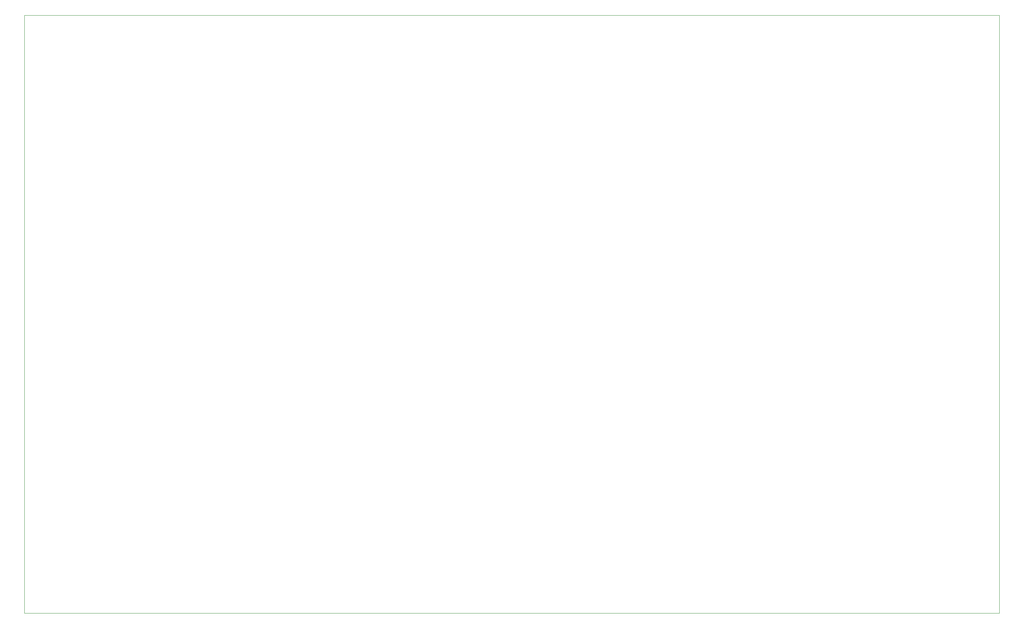
<source format=gbr>
%TF.GenerationSoftware,KiCad,Pcbnew,(5.1.8)-1*%
%TF.CreationDate,2020-12-01T03:48:25+04:00*%
%TF.ProjectId,111,3131312e-6b69-4636-9164-5f7063625858,ver 1.0*%
%TF.SameCoordinates,Original*%
%TF.FileFunction,Profile,NP*%
%FSLAX46Y46*%
G04 Gerber Fmt 4.6, Leading zero omitted, Abs format (unit mm)*
G04 Created by KiCad (PCBNEW (5.1.8)-1) date 2020-12-01 03:48:25*
%MOMM*%
%LPD*%
G01*
G04 APERTURE LIST*
%TA.AperFunction,Profile*%
%ADD10C,0.050000*%
%TD*%
G04 APERTURE END LIST*
D10*
X244602000Y-14986000D02*
X17526000Y-14986000D01*
X17526000Y-14986000D02*
X17526000Y-154432000D01*
X17526000Y-154432000D02*
X244602000Y-154432000D01*
X244602000Y-14986000D02*
X244602000Y-154432000D01*
M02*

</source>
